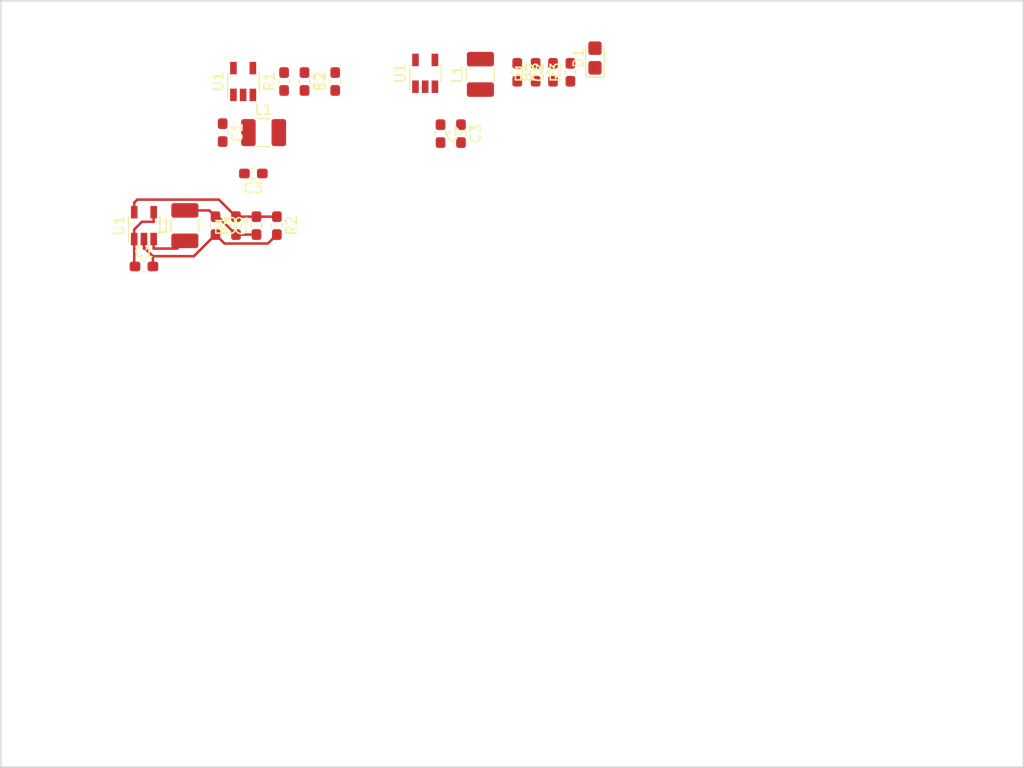
<source format=kicad_pcb>
(kicad_pcb (version 20171130) (host pcbnew 5.0.2-bee76a0~70~ubuntu18.04.1)

  (general
    (thickness 1.6)
    (drawings 4)
    (tracks 29)
    (zones 0)
    (modules 23)
    (nets 9)
  )

  (page A4)
  (layers
    (0 F.Cu signal)
    (31 B.Cu signal)
    (32 B.Adhes user)
    (33 F.Adhes user)
    (34 B.Paste user)
    (35 F.Paste user)
    (36 B.SilkS user)
    (37 F.SilkS user)
    (38 B.Mask user)
    (39 F.Mask user)
    (40 Dwgs.User user)
    (41 Cmts.User user)
    (42 Eco1.User user)
    (43 Eco2.User user)
    (44 Edge.Cuts user)
    (45 Margin user)
    (46 B.CrtYd user)
    (47 F.CrtYd user)
    (48 B.Fab user)
    (49 F.Fab user)
  )

  (setup
    (last_trace_width 0.25)
    (trace_clearance 0.2)
    (zone_clearance 0.508)
    (zone_45_only no)
    (trace_min 0.2)
    (segment_width 0.2)
    (edge_width 0.15)
    (via_size 0.8)
    (via_drill 0.4)
    (via_min_size 0.4)
    (via_min_drill 0.3)
    (uvia_size 0.3)
    (uvia_drill 0.1)
    (uvias_allowed no)
    (uvia_min_size 0.2)
    (uvia_min_drill 0.1)
    (pcb_text_width 0.3)
    (pcb_text_size 1.5 1.5)
    (mod_edge_width 0.15)
    (mod_text_size 1 1)
    (mod_text_width 0.15)
    (pad_size 1.524 1.524)
    (pad_drill 0.762)
    (pad_to_mask_clearance 0.051)
    (solder_mask_min_width 0.25)
    (aux_axis_origin 0 0)
    (visible_elements FFFFFF7F)
    (pcbplotparams
      (layerselection 0x010fc_ffffffff)
      (usegerberextensions false)
      (usegerberattributes false)
      (usegerberadvancedattributes false)
      (creategerberjobfile false)
      (excludeedgelayer true)
      (linewidth 0.100000)
      (plotframeref false)
      (viasonmask false)
      (mode 1)
      (useauxorigin false)
      (hpglpennumber 1)
      (hpglpenspeed 20)
      (hpglpendiameter 15.000000)
      (psnegative false)
      (psa4output false)
      (plotreference true)
      (plotvalue true)
      (plotinvisibletext false)
      (padsonsilk false)
      (subtractmaskfromsilk false)
      (outputformat 1)
      (mirror false)
      (drillshape 1)
      (scaleselection 1)
      (outputdirectory ""))
  )

  (net 0 "")
  (net 1 +1V2)
  (net 2 "Net-(C2-Pad2)")
  (net 3 GND)
  (net 4 +5V)
  (net 5 "Net-(L1-Pad1)")
  (net 6 +1V8)
  (net 7 +3V3)
  (net 8 "Net-(D1-Pad2)")

  (net_class Default "This is the default net class."
    (clearance 0.2)
    (trace_width 0.25)
    (via_dia 0.8)
    (via_drill 0.4)
    (uvia_dia 0.3)
    (uvia_drill 0.1)
    (add_net +1V2)
    (add_net +1V8)
    (add_net +3V3)
    (add_net +5V)
    (add_net GND)
    (add_net "Net-(C2-Pad2)")
    (add_net "Net-(D1-Pad2)")
    (add_net "Net-(L1-Pad1)")
  )

  (module Capacitor_SMD:C_0603_1608Metric_Pad1.05x0.95mm_HandSolder (layer F.Cu) (tedit 5B301BBE) (tstamp 5C0781E9)
    (at 21 22 270)
    (descr "Capacitor SMD 0603 (1608 Metric), square (rectangular) end terminal, IPC_7351 nominal with elongated pad for handsoldering. (Body size source: http://www.tortai-tech.com/upload/download/2011102023233369053.pdf), generated with kicad-footprint-generator")
    (tags "capacitor handsolder")
    (path /5C03CF94)
    (attr smd)
    (fp_text reference C3 (at 0 -1.43 270) (layer F.SilkS)
      (effects (font (size 1 1) (thickness 0.15)))
    )
    (fp_text value C226,6.3v,0603 (at 0 1.43 270) (layer F.Fab)
      (effects (font (size 1 1) (thickness 0.15)))
    )
    (fp_line (start -0.8 0.4) (end -0.8 -0.4) (layer F.Fab) (width 0.1))
    (fp_line (start -0.8 -0.4) (end 0.8 -0.4) (layer F.Fab) (width 0.1))
    (fp_line (start 0.8 -0.4) (end 0.8 0.4) (layer F.Fab) (width 0.1))
    (fp_line (start 0.8 0.4) (end -0.8 0.4) (layer F.Fab) (width 0.1))
    (fp_line (start -0.171267 -0.51) (end 0.171267 -0.51) (layer F.SilkS) (width 0.12))
    (fp_line (start -0.171267 0.51) (end 0.171267 0.51) (layer F.SilkS) (width 0.12))
    (fp_line (start -1.65 0.73) (end -1.65 -0.73) (layer F.CrtYd) (width 0.05))
    (fp_line (start -1.65 -0.73) (end 1.65 -0.73) (layer F.CrtYd) (width 0.05))
    (fp_line (start 1.65 -0.73) (end 1.65 0.73) (layer F.CrtYd) (width 0.05))
    (fp_line (start 1.65 0.73) (end -1.65 0.73) (layer F.CrtYd) (width 0.05))
    (fp_text user %R (at 0 0 270) (layer F.Fab)
      (effects (font (size 0.4 0.4) (thickness 0.06)))
    )
    (pad 1 smd roundrect (at -0.875 0 270) (size 1.05 0.95) (layers F.Cu F.Paste F.Mask) (roundrect_rratio 0.25)
      (net 1 +1V2))
    (pad 2 smd roundrect (at 0.875 0 270) (size 1.05 0.95) (layers F.Cu F.Paste F.Mask) (roundrect_rratio 0.25)
      (net 3 GND))
    (model ${KISYS3DMOD}/Capacitor_SMD.3dshapes/C_0603_1608Metric.wrl
      (at (xyz 0 0 0))
      (scale (xyz 1 1 1))
      (rotate (xyz 0 0 0))
    )
  )

  (module Capacitor_SMD:C_0603_1608Metric_Pad1.05x0.95mm_HandSolder (layer F.Cu) (tedit 5B301BBE) (tstamp 5C0781D8)
    (at 25 22 90)
    (descr "Capacitor SMD 0603 (1608 Metric), square (rectangular) end terminal, IPC_7351 nominal with elongated pad for handsoldering. (Body size source: http://www.tortai-tech.com/upload/download/2011102023233369053.pdf), generated with kicad-footprint-generator")
    (tags "capacitor handsolder")
    (path /5C06221C)
    (attr smd)
    (fp_text reference C2 (at 0 -1.43 90) (layer F.SilkS)
      (effects (font (size 1 1) (thickness 0.15)))
    )
    (fp_text value C22pf,0603 (at 0 1.43 90) (layer F.Fab)
      (effects (font (size 1 1) (thickness 0.15)))
    )
    (fp_text user %R (at 0 0 90) (layer F.Fab)
      (effects (font (size 0.4 0.4) (thickness 0.06)))
    )
    (fp_line (start 1.65 0.73) (end -1.65 0.73) (layer F.CrtYd) (width 0.05))
    (fp_line (start 1.65 -0.73) (end 1.65 0.73) (layer F.CrtYd) (width 0.05))
    (fp_line (start -1.65 -0.73) (end 1.65 -0.73) (layer F.CrtYd) (width 0.05))
    (fp_line (start -1.65 0.73) (end -1.65 -0.73) (layer F.CrtYd) (width 0.05))
    (fp_line (start -0.171267 0.51) (end 0.171267 0.51) (layer F.SilkS) (width 0.12))
    (fp_line (start -0.171267 -0.51) (end 0.171267 -0.51) (layer F.SilkS) (width 0.12))
    (fp_line (start 0.8 0.4) (end -0.8 0.4) (layer F.Fab) (width 0.1))
    (fp_line (start 0.8 -0.4) (end 0.8 0.4) (layer F.Fab) (width 0.1))
    (fp_line (start -0.8 -0.4) (end 0.8 -0.4) (layer F.Fab) (width 0.1))
    (fp_line (start -0.8 0.4) (end -0.8 -0.4) (layer F.Fab) (width 0.1))
    (pad 2 smd roundrect (at 0.875 0 90) (size 1.05 0.95) (layers F.Cu F.Paste F.Mask) (roundrect_rratio 0.25)
      (net 2 "Net-(C2-Pad2)"))
    (pad 1 smd roundrect (at -0.875 0 90) (size 1.05 0.95) (layers F.Cu F.Paste F.Mask) (roundrect_rratio 0.25)
      (net 1 +1V2))
    (model ${KISYS3DMOD}/Capacitor_SMD.3dshapes/C_0603_1608Metric.wrl
      (at (xyz 0 0 0))
      (scale (xyz 1 1 1))
      (rotate (xyz 0 0 0))
    )
  )

  (module Capacitor_SMD:C_0603_1608Metric_Pad1.05x0.95mm_HandSolder (layer F.Cu) (tedit 5B301BBE) (tstamp 5C0781C7)
    (at 14 26)
    (descr "Capacitor SMD 0603 (1608 Metric), square (rectangular) end terminal, IPC_7351 nominal with elongated pad for handsoldering. (Body size source: http://www.tortai-tech.com/upload/download/2011102023233369053.pdf), generated with kicad-footprint-generator")
    (tags "capacitor handsolder")
    (path /5C03CE8D)
    (attr smd)
    (fp_text reference C1 (at 0 -1.43) (layer F.SilkS)
      (effects (font (size 1 1) (thickness 0.15)))
    )
    (fp_text value C226,6.3v,0603 (at 0 1.43) (layer F.Fab)
      (effects (font (size 1 1) (thickness 0.15)))
    )
    (fp_line (start -0.8 0.4) (end -0.8 -0.4) (layer F.Fab) (width 0.1))
    (fp_line (start -0.8 -0.4) (end 0.8 -0.4) (layer F.Fab) (width 0.1))
    (fp_line (start 0.8 -0.4) (end 0.8 0.4) (layer F.Fab) (width 0.1))
    (fp_line (start 0.8 0.4) (end -0.8 0.4) (layer F.Fab) (width 0.1))
    (fp_line (start -0.171267 -0.51) (end 0.171267 -0.51) (layer F.SilkS) (width 0.12))
    (fp_line (start -0.171267 0.51) (end 0.171267 0.51) (layer F.SilkS) (width 0.12))
    (fp_line (start -1.65 0.73) (end -1.65 -0.73) (layer F.CrtYd) (width 0.05))
    (fp_line (start -1.65 -0.73) (end 1.65 -0.73) (layer F.CrtYd) (width 0.05))
    (fp_line (start 1.65 -0.73) (end 1.65 0.73) (layer F.CrtYd) (width 0.05))
    (fp_line (start 1.65 0.73) (end -1.65 0.73) (layer F.CrtYd) (width 0.05))
    (fp_text user %R (at 0 0) (layer F.Fab)
      (effects (font (size 0.4 0.4) (thickness 0.06)))
    )
    (pad 1 smd roundrect (at -0.875 0) (size 1.05 0.95) (layers F.Cu F.Paste F.Mask) (roundrect_rratio 0.25)
      (net 4 +5V))
    (pad 2 smd roundrect (at 0.875 0) (size 1.05 0.95) (layers F.Cu F.Paste F.Mask) (roundrect_rratio 0.25)
      (net 3 GND))
    (model ${KISYS3DMOD}/Capacitor_SMD.3dshapes/C_0603_1608Metric.wrl
      (at (xyz 0 0 0))
      (scale (xyz 1 1 1))
      (rotate (xyz 0 0 0))
    )
  )

  (module Inductor_SMD:L_1210_3225Metric_Pad1.42x2.65mm_HandSolder (layer F.Cu) (tedit 5B301BBE) (tstamp 5C0781B6)
    (at 18 22 90)
    (descr "Capacitor SMD 1210 (3225 Metric), square (rectangular) end terminal, IPC_7351 nominal with elongated pad for handsoldering. (Body size source: http://www.tortai-tech.com/upload/download/2011102023233369053.pdf), generated with kicad-footprint-generator")
    (tags "inductor handsolder")
    (path /5C0651A2)
    (attr smd)
    (fp_text reference L1 (at 0 -2.28 90) (layer F.SilkS)
      (effects (font (size 1 1) (thickness 0.15)))
    )
    (fp_text value L_2.2uH,1210 (at 0 2.28 90) (layer F.Fab)
      (effects (font (size 1 1) (thickness 0.15)))
    )
    (fp_line (start -1.6 1.25) (end -1.6 -1.25) (layer F.Fab) (width 0.1))
    (fp_line (start -1.6 -1.25) (end 1.6 -1.25) (layer F.Fab) (width 0.1))
    (fp_line (start 1.6 -1.25) (end 1.6 1.25) (layer F.Fab) (width 0.1))
    (fp_line (start 1.6 1.25) (end -1.6 1.25) (layer F.Fab) (width 0.1))
    (fp_line (start -0.602064 -1.36) (end 0.602064 -1.36) (layer F.SilkS) (width 0.12))
    (fp_line (start -0.602064 1.36) (end 0.602064 1.36) (layer F.SilkS) (width 0.12))
    (fp_line (start -2.45 1.58) (end -2.45 -1.58) (layer F.CrtYd) (width 0.05))
    (fp_line (start -2.45 -1.58) (end 2.45 -1.58) (layer F.CrtYd) (width 0.05))
    (fp_line (start 2.45 -1.58) (end 2.45 1.58) (layer F.CrtYd) (width 0.05))
    (fp_line (start 2.45 1.58) (end -2.45 1.58) (layer F.CrtYd) (width 0.05))
    (fp_text user %R (at 0 0 90) (layer F.Fab)
      (effects (font (size 0.8 0.8) (thickness 0.12)))
    )
    (pad 1 smd roundrect (at -1.4875 0 90) (size 1.425 2.65) (layers F.Cu F.Paste F.Mask) (roundrect_rratio 0.175439)
      (net 5 "Net-(L1-Pad1)"))
    (pad 2 smd roundrect (at 1.4875 0 90) (size 1.425 2.65) (layers F.Cu F.Paste F.Mask) (roundrect_rratio 0.175439)
      (net 1 +1V2))
    (model ${KISYS3DMOD}/Inductor_SMD.3dshapes/L_1210_3225Metric.wrl
      (at (xyz 0 0 0))
      (scale (xyz 1 1 1))
      (rotate (xyz 0 0 0))
    )
  )

  (module Package_TO_SOT_SMD:TSOT-23-5 (layer F.Cu) (tedit 5A02FF57) (tstamp 5C0781A5)
    (at 14 22 90)
    (descr "5-pin TSOT23 package, http://cds.linear.com/docs/en/packaging/SOT_5_05-08-1635.pdf")
    (tags TSOT-23-5)
    (path /5C0388AE)
    (attr smd)
    (fp_text reference U1 (at 0 -2.45 90) (layer F.SilkS)
      (effects (font (size 1 1) (thickness 0.15)))
    )
    (fp_text value AP3429 (at 0 2.5 90) (layer F.Fab)
      (effects (font (size 1 1) (thickness 0.15)))
    )
    (fp_text user %R (at 0 0 180) (layer F.Fab)
      (effects (font (size 0.5 0.5) (thickness 0.075)))
    )
    (fp_line (start -0.88 1.56) (end 0.88 1.56) (layer F.SilkS) (width 0.12))
    (fp_line (start 0.88 -1.51) (end -1.55 -1.51) (layer F.SilkS) (width 0.12))
    (fp_line (start -0.88 -1) (end -0.43 -1.45) (layer F.Fab) (width 0.1))
    (fp_line (start 0.88 -1.45) (end -0.43 -1.45) (layer F.Fab) (width 0.1))
    (fp_line (start -0.88 -1) (end -0.88 1.45) (layer F.Fab) (width 0.1))
    (fp_line (start 0.88 1.45) (end -0.88 1.45) (layer F.Fab) (width 0.1))
    (fp_line (start 0.88 -1.45) (end 0.88 1.45) (layer F.Fab) (width 0.1))
    (fp_line (start -2.17 -1.7) (end 2.17 -1.7) (layer F.CrtYd) (width 0.05))
    (fp_line (start -2.17 -1.7) (end -2.17 1.7) (layer F.CrtYd) (width 0.05))
    (fp_line (start 2.17 1.7) (end 2.17 -1.7) (layer F.CrtYd) (width 0.05))
    (fp_line (start 2.17 1.7) (end -2.17 1.7) (layer F.CrtYd) (width 0.05))
    (pad 1 smd rect (at -1.31 -0.95 90) (size 1.22 0.65) (layers F.Cu F.Paste F.Mask)
      (net 4 +5V))
    (pad 2 smd rect (at -1.31 0 90) (size 1.22 0.65) (layers F.Cu F.Paste F.Mask)
      (net 3 GND))
    (pad 3 smd rect (at -1.31 0.95 90) (size 1.22 0.65) (layers F.Cu F.Paste F.Mask)
      (net 5 "Net-(L1-Pad1)"))
    (pad 4 smd rect (at 1.31 0.95 90) (size 1.22 0.65) (layers F.Cu F.Paste F.Mask)
      (net 4 +5V))
    (pad 5 smd rect (at 1.31 -0.95 90) (size 1.22 0.65) (layers F.Cu F.Paste F.Mask)
      (net 2 "Net-(C2-Pad2)"))
    (model ${KISYS3DMOD}/Package_TO_SOT_SMD.3dshapes/TSOT-23-5.wrl
      (at (xyz 0 0 0))
      (scale (xyz 1 1 1))
      (rotate (xyz 0 0 0))
    )
  )

  (module Resistor_SMD:R_0603_1608Metric_Pad1.05x0.95mm_HandSolder (layer F.Cu) (tedit 5B301BBD) (tstamp 5C078190)
    (at 27 22 270)
    (descr "Resistor SMD 0603 (1608 Metric), square (rectangular) end terminal, IPC_7351 nominal with elongated pad for handsoldering. (Body size source: http://www.tortai-tech.com/upload/download/2011102023233369053.pdf), generated with kicad-footprint-generator")
    (tags "resistor handsolder")
    (path /5C0394B6)
    (attr smd)
    (fp_text reference R2 (at 0 -1.43 270) (layer F.SilkS)
      (effects (font (size 1 1) (thickness 0.15)))
    )
    (fp_text value R304,0603 (at 0 1.43 270) (layer F.Fab)
      (effects (font (size 1 1) (thickness 0.15)))
    )
    (fp_text user %R (at 0 0 270) (layer F.Fab)
      (effects (font (size 0.4 0.4) (thickness 0.06)))
    )
    (fp_line (start 1.65 0.73) (end -1.65 0.73) (layer F.CrtYd) (width 0.05))
    (fp_line (start 1.65 -0.73) (end 1.65 0.73) (layer F.CrtYd) (width 0.05))
    (fp_line (start -1.65 -0.73) (end 1.65 -0.73) (layer F.CrtYd) (width 0.05))
    (fp_line (start -1.65 0.73) (end -1.65 -0.73) (layer F.CrtYd) (width 0.05))
    (fp_line (start -0.171267 0.51) (end 0.171267 0.51) (layer F.SilkS) (width 0.12))
    (fp_line (start -0.171267 -0.51) (end 0.171267 -0.51) (layer F.SilkS) (width 0.12))
    (fp_line (start 0.8 0.4) (end -0.8 0.4) (layer F.Fab) (width 0.1))
    (fp_line (start 0.8 -0.4) (end 0.8 0.4) (layer F.Fab) (width 0.1))
    (fp_line (start -0.8 -0.4) (end 0.8 -0.4) (layer F.Fab) (width 0.1))
    (fp_line (start -0.8 0.4) (end -0.8 -0.4) (layer F.Fab) (width 0.1))
    (pad 2 smd roundrect (at 0.875 0 270) (size 1.05 0.95) (layers F.Cu F.Paste F.Mask) (roundrect_rratio 0.25)
      (net 3 GND))
    (pad 1 smd roundrect (at -0.875 0 270) (size 1.05 0.95) (layers F.Cu F.Paste F.Mask) (roundrect_rratio 0.25)
      (net 2 "Net-(C2-Pad2)"))
    (model ${KISYS3DMOD}/Resistor_SMD.3dshapes/R_0603_1608Metric.wrl
      (at (xyz 0 0 0))
      (scale (xyz 1 1 1))
      (rotate (xyz 0 0 0))
    )
  )

  (module Resistor_SMD:R_0603_1608Metric_Pad1.05x0.95mm_HandSolder (layer F.Cu) (tedit 5B301BBD) (tstamp 5C07817F)
    (at 23 22 90)
    (descr "Resistor SMD 0603 (1608 Metric), square (rectangular) end terminal, IPC_7351 nominal with elongated pad for handsoldering. (Body size source: http://www.tortai-tech.com/upload/download/2011102023233369053.pdf), generated with kicad-footprint-generator")
    (tags "resistor handsolder")
    (path /5C03943C)
    (attr smd)
    (fp_text reference R1 (at 0 -1.43 90) (layer F.SilkS)
      (effects (font (size 1 1) (thickness 0.15)))
    )
    (fp_text value R304,0603 (at 0 1.43 90) (layer F.Fab)
      (effects (font (size 1 1) (thickness 0.15)))
    )
    (fp_line (start -0.8 0.4) (end -0.8 -0.4) (layer F.Fab) (width 0.1))
    (fp_line (start -0.8 -0.4) (end 0.8 -0.4) (layer F.Fab) (width 0.1))
    (fp_line (start 0.8 -0.4) (end 0.8 0.4) (layer F.Fab) (width 0.1))
    (fp_line (start 0.8 0.4) (end -0.8 0.4) (layer F.Fab) (width 0.1))
    (fp_line (start -0.171267 -0.51) (end 0.171267 -0.51) (layer F.SilkS) (width 0.12))
    (fp_line (start -0.171267 0.51) (end 0.171267 0.51) (layer F.SilkS) (width 0.12))
    (fp_line (start -1.65 0.73) (end -1.65 -0.73) (layer F.CrtYd) (width 0.05))
    (fp_line (start -1.65 -0.73) (end 1.65 -0.73) (layer F.CrtYd) (width 0.05))
    (fp_line (start 1.65 -0.73) (end 1.65 0.73) (layer F.CrtYd) (width 0.05))
    (fp_line (start 1.65 0.73) (end -1.65 0.73) (layer F.CrtYd) (width 0.05))
    (fp_text user %R (at 0 0 90) (layer F.Fab)
      (effects (font (size 0.4 0.4) (thickness 0.06)))
    )
    (pad 1 smd roundrect (at -0.875 0 90) (size 1.05 0.95) (layers F.Cu F.Paste F.Mask) (roundrect_rratio 0.25)
      (net 1 +1V2))
    (pad 2 smd roundrect (at 0.875 0 90) (size 1.05 0.95) (layers F.Cu F.Paste F.Mask) (roundrect_rratio 0.25)
      (net 2 "Net-(C2-Pad2)"))
    (model ${KISYS3DMOD}/Resistor_SMD.3dshapes/R_0603_1608Metric.wrl
      (at (xyz 0 0 0))
      (scale (xyz 1 1 1))
      (rotate (xyz 0 0 0))
    )
  )

  (module Capacitor_SMD:C_0603_1608Metric_Pad1.05x0.95mm_HandSolder (layer F.Cu) (tedit 5B301BBE) (tstamp 5C0782E1)
    (at 24.7 16.9 180)
    (descr "Capacitor SMD 0603 (1608 Metric), square (rectangular) end terminal, IPC_7351 nominal with elongated pad for handsoldering. (Body size source: http://www.tortai-tech.com/upload/download/2011102023233369053.pdf), generated with kicad-footprint-generator")
    (tags "capacitor handsolder")
    (path /5C03D10B)
    (attr smd)
    (fp_text reference C3 (at 0 -1.43 180) (layer F.SilkS)
      (effects (font (size 1 1) (thickness 0.15)))
    )
    (fp_text value C226,6.3v,0603 (at 0 1.43 180) (layer F.Fab)
      (effects (font (size 1 1) (thickness 0.15)))
    )
    (fp_line (start -0.8 0.4) (end -0.8 -0.4) (layer F.Fab) (width 0.1))
    (fp_line (start -0.8 -0.4) (end 0.8 -0.4) (layer F.Fab) (width 0.1))
    (fp_line (start 0.8 -0.4) (end 0.8 0.4) (layer F.Fab) (width 0.1))
    (fp_line (start 0.8 0.4) (end -0.8 0.4) (layer F.Fab) (width 0.1))
    (fp_line (start -0.171267 -0.51) (end 0.171267 -0.51) (layer F.SilkS) (width 0.12))
    (fp_line (start -0.171267 0.51) (end 0.171267 0.51) (layer F.SilkS) (width 0.12))
    (fp_line (start -1.65 0.73) (end -1.65 -0.73) (layer F.CrtYd) (width 0.05))
    (fp_line (start -1.65 -0.73) (end 1.65 -0.73) (layer F.CrtYd) (width 0.05))
    (fp_line (start 1.65 -0.73) (end 1.65 0.73) (layer F.CrtYd) (width 0.05))
    (fp_line (start 1.65 0.73) (end -1.65 0.73) (layer F.CrtYd) (width 0.05))
    (fp_text user %R (at 0 0 180) (layer F.Fab)
      (effects (font (size 0.4 0.4) (thickness 0.06)))
    )
    (pad 1 smd roundrect (at -0.875 0 180) (size 1.05 0.95) (layers F.Cu F.Paste F.Mask) (roundrect_rratio 0.25)
      (net 6 +1V8))
    (pad 2 smd roundrect (at 0.875 0 180) (size 1.05 0.95) (layers F.Cu F.Paste F.Mask) (roundrect_rratio 0.25)
      (net 3 GND))
    (model ${KISYS3DMOD}/Capacitor_SMD.3dshapes/C_0603_1608Metric.wrl
      (at (xyz 0 0 0))
      (scale (xyz 1 1 1))
      (rotate (xyz 0 0 0))
    )
  )

  (module Capacitor_SMD:C_0603_1608Metric_Pad1.05x0.95mm_HandSolder (layer F.Cu) (tedit 5B301BBE) (tstamp 5C0782D0)
    (at 32.7 7.9 90)
    (descr "Capacitor SMD 0603 (1608 Metric), square (rectangular) end terminal, IPC_7351 nominal with elongated pad for handsoldering. (Body size source: http://www.tortai-tech.com/upload/download/2011102023233369053.pdf), generated with kicad-footprint-generator")
    (tags "capacitor handsolder")
    (path /5C0621B0)
    (attr smd)
    (fp_text reference C2 (at 0 -1.43 90) (layer F.SilkS)
      (effects (font (size 1 1) (thickness 0.15)))
    )
    (fp_text value C22pf,0603 (at 0 1.43 90) (layer F.Fab)
      (effects (font (size 1 1) (thickness 0.15)))
    )
    (fp_text user %R (at 0 0 90) (layer F.Fab)
      (effects (font (size 0.4 0.4) (thickness 0.06)))
    )
    (fp_line (start 1.65 0.73) (end -1.65 0.73) (layer F.CrtYd) (width 0.05))
    (fp_line (start 1.65 -0.73) (end 1.65 0.73) (layer F.CrtYd) (width 0.05))
    (fp_line (start -1.65 -0.73) (end 1.65 -0.73) (layer F.CrtYd) (width 0.05))
    (fp_line (start -1.65 0.73) (end -1.65 -0.73) (layer F.CrtYd) (width 0.05))
    (fp_line (start -0.171267 0.51) (end 0.171267 0.51) (layer F.SilkS) (width 0.12))
    (fp_line (start -0.171267 -0.51) (end 0.171267 -0.51) (layer F.SilkS) (width 0.12))
    (fp_line (start 0.8 0.4) (end -0.8 0.4) (layer F.Fab) (width 0.1))
    (fp_line (start 0.8 -0.4) (end 0.8 0.4) (layer F.Fab) (width 0.1))
    (fp_line (start -0.8 -0.4) (end 0.8 -0.4) (layer F.Fab) (width 0.1))
    (fp_line (start -0.8 0.4) (end -0.8 -0.4) (layer F.Fab) (width 0.1))
    (pad 2 smd roundrect (at 0.875 0 90) (size 1.05 0.95) (layers F.Cu F.Paste F.Mask) (roundrect_rratio 0.25)
      (net 2 "Net-(C2-Pad2)"))
    (pad 1 smd roundrect (at -0.875 0 90) (size 1.05 0.95) (layers F.Cu F.Paste F.Mask) (roundrect_rratio 0.25)
      (net 6 +1V8))
    (model ${KISYS3DMOD}/Capacitor_SMD.3dshapes/C_0603_1608Metric.wrl
      (at (xyz 0 0 0))
      (scale (xyz 1 1 1))
      (rotate (xyz 0 0 0))
    )
  )

  (module Capacitor_SMD:C_0603_1608Metric_Pad1.05x0.95mm_HandSolder (layer F.Cu) (tedit 5B301BBE) (tstamp 5C0782BF)
    (at 21.7 12.9 270)
    (descr "Capacitor SMD 0603 (1608 Metric), square (rectangular) end terminal, IPC_7351 nominal with elongated pad for handsoldering. (Body size source: http://www.tortai-tech.com/upload/download/2011102023233369053.pdf), generated with kicad-footprint-generator")
    (tags "capacitor handsolder")
    (path /5C03D1E9)
    (attr smd)
    (fp_text reference C1 (at 0 -1.43 270) (layer F.SilkS)
      (effects (font (size 1 1) (thickness 0.15)))
    )
    (fp_text value C226,6.3v,0603 (at 0 1.43 270) (layer F.Fab)
      (effects (font (size 1 1) (thickness 0.15)))
    )
    (fp_line (start -0.8 0.4) (end -0.8 -0.4) (layer F.Fab) (width 0.1))
    (fp_line (start -0.8 -0.4) (end 0.8 -0.4) (layer F.Fab) (width 0.1))
    (fp_line (start 0.8 -0.4) (end 0.8 0.4) (layer F.Fab) (width 0.1))
    (fp_line (start 0.8 0.4) (end -0.8 0.4) (layer F.Fab) (width 0.1))
    (fp_line (start -0.171267 -0.51) (end 0.171267 -0.51) (layer F.SilkS) (width 0.12))
    (fp_line (start -0.171267 0.51) (end 0.171267 0.51) (layer F.SilkS) (width 0.12))
    (fp_line (start -1.65 0.73) (end -1.65 -0.73) (layer F.CrtYd) (width 0.05))
    (fp_line (start -1.65 -0.73) (end 1.65 -0.73) (layer F.CrtYd) (width 0.05))
    (fp_line (start 1.65 -0.73) (end 1.65 0.73) (layer F.CrtYd) (width 0.05))
    (fp_line (start 1.65 0.73) (end -1.65 0.73) (layer F.CrtYd) (width 0.05))
    (fp_text user %R (at 0 0 270) (layer F.Fab)
      (effects (font (size 0.4 0.4) (thickness 0.06)))
    )
    (pad 1 smd roundrect (at -0.875 0 270) (size 1.05 0.95) (layers F.Cu F.Paste F.Mask) (roundrect_rratio 0.25)
      (net 4 +5V))
    (pad 2 smd roundrect (at 0.875 0 270) (size 1.05 0.95) (layers F.Cu F.Paste F.Mask) (roundrect_rratio 0.25)
      (net 3 GND))
    (model ${KISYS3DMOD}/Capacitor_SMD.3dshapes/C_0603_1608Metric.wrl
      (at (xyz 0 0 0))
      (scale (xyz 1 1 1))
      (rotate (xyz 0 0 0))
    )
  )

  (module Inductor_SMD:L_1210_3225Metric_Pad1.42x2.65mm_HandSolder (layer F.Cu) (tedit 5B301BBE) (tstamp 5C0782AE)
    (at 25.7 12.9)
    (descr "Capacitor SMD 1210 (3225 Metric), square (rectangular) end terminal, IPC_7351 nominal with elongated pad for handsoldering. (Body size source: http://www.tortai-tech.com/upload/download/2011102023233369053.pdf), generated with kicad-footprint-generator")
    (tags "inductor handsolder")
    (path /5C0652FE)
    (attr smd)
    (fp_text reference L1 (at 0 -2.28) (layer F.SilkS)
      (effects (font (size 1 1) (thickness 0.15)))
    )
    (fp_text value L_2.2uH,1210 (at 0 2.28) (layer F.Fab)
      (effects (font (size 1 1) (thickness 0.15)))
    )
    (fp_line (start -1.6 1.25) (end -1.6 -1.25) (layer F.Fab) (width 0.1))
    (fp_line (start -1.6 -1.25) (end 1.6 -1.25) (layer F.Fab) (width 0.1))
    (fp_line (start 1.6 -1.25) (end 1.6 1.25) (layer F.Fab) (width 0.1))
    (fp_line (start 1.6 1.25) (end -1.6 1.25) (layer F.Fab) (width 0.1))
    (fp_line (start -0.602064 -1.36) (end 0.602064 -1.36) (layer F.SilkS) (width 0.12))
    (fp_line (start -0.602064 1.36) (end 0.602064 1.36) (layer F.SilkS) (width 0.12))
    (fp_line (start -2.45 1.58) (end -2.45 -1.58) (layer F.CrtYd) (width 0.05))
    (fp_line (start -2.45 -1.58) (end 2.45 -1.58) (layer F.CrtYd) (width 0.05))
    (fp_line (start 2.45 -1.58) (end 2.45 1.58) (layer F.CrtYd) (width 0.05))
    (fp_line (start 2.45 1.58) (end -2.45 1.58) (layer F.CrtYd) (width 0.05))
    (fp_text user %R (at 0 0) (layer F.Fab)
      (effects (font (size 0.8 0.8) (thickness 0.12)))
    )
    (pad 1 smd roundrect (at -1.4875 0) (size 1.425 2.65) (layers F.Cu F.Paste F.Mask) (roundrect_rratio 0.175439)
      (net 5 "Net-(L1-Pad1)"))
    (pad 2 smd roundrect (at 1.4875 0) (size 1.425 2.65) (layers F.Cu F.Paste F.Mask) (roundrect_rratio 0.175439)
      (net 6 +1V8))
    (model ${KISYS3DMOD}/Inductor_SMD.3dshapes/L_1210_3225Metric.wrl
      (at (xyz 0 0 0))
      (scale (xyz 1 1 1))
      (rotate (xyz 0 0 0))
    )
  )

  (module Package_TO_SOT_SMD:TSOT-23-5 (layer F.Cu) (tedit 5A02FF57) (tstamp 5C07829D)
    (at 23.7 7.9 90)
    (descr "5-pin TSOT23 package, http://cds.linear.com/docs/en/packaging/SOT_5_05-08-1635.pdf")
    (tags TSOT-23-5)
    (path /5C03B1FE)
    (attr smd)
    (fp_text reference U1 (at 0 -2.45 90) (layer F.SilkS)
      (effects (font (size 1 1) (thickness 0.15)))
    )
    (fp_text value AP3429 (at 0 2.5 90) (layer F.Fab)
      (effects (font (size 1 1) (thickness 0.15)))
    )
    (fp_text user %R (at 0 0 180) (layer F.Fab)
      (effects (font (size 0.5 0.5) (thickness 0.075)))
    )
    (fp_line (start -0.88 1.56) (end 0.88 1.56) (layer F.SilkS) (width 0.12))
    (fp_line (start 0.88 -1.51) (end -1.55 -1.51) (layer F.SilkS) (width 0.12))
    (fp_line (start -0.88 -1) (end -0.43 -1.45) (layer F.Fab) (width 0.1))
    (fp_line (start 0.88 -1.45) (end -0.43 -1.45) (layer F.Fab) (width 0.1))
    (fp_line (start -0.88 -1) (end -0.88 1.45) (layer F.Fab) (width 0.1))
    (fp_line (start 0.88 1.45) (end -0.88 1.45) (layer F.Fab) (width 0.1))
    (fp_line (start 0.88 -1.45) (end 0.88 1.45) (layer F.Fab) (width 0.1))
    (fp_line (start -2.17 -1.7) (end 2.17 -1.7) (layer F.CrtYd) (width 0.05))
    (fp_line (start -2.17 -1.7) (end -2.17 1.7) (layer F.CrtYd) (width 0.05))
    (fp_line (start 2.17 1.7) (end 2.17 -1.7) (layer F.CrtYd) (width 0.05))
    (fp_line (start 2.17 1.7) (end -2.17 1.7) (layer F.CrtYd) (width 0.05))
    (pad 1 smd rect (at -1.31 -0.95 90) (size 1.22 0.65) (layers F.Cu F.Paste F.Mask)
      (net 4 +5V))
    (pad 2 smd rect (at -1.31 0 90) (size 1.22 0.65) (layers F.Cu F.Paste F.Mask)
      (net 3 GND))
    (pad 3 smd rect (at -1.31 0.95 90) (size 1.22 0.65) (layers F.Cu F.Paste F.Mask)
      (net 5 "Net-(L1-Pad1)"))
    (pad 4 smd rect (at 1.31 0.95 90) (size 1.22 0.65) (layers F.Cu F.Paste F.Mask)
      (net 4 +5V))
    (pad 5 smd rect (at 1.31 -0.95 90) (size 1.22 0.65) (layers F.Cu F.Paste F.Mask)
      (net 2 "Net-(C2-Pad2)"))
    (model ${KISYS3DMOD}/Package_TO_SOT_SMD.3dshapes/TSOT-23-5.wrl
      (at (xyz 0 0 0))
      (scale (xyz 1 1 1))
      (rotate (xyz 0 0 0))
    )
  )

  (module Resistor_SMD:R_0603_1608Metric_Pad1.05x0.95mm_HandSolder (layer F.Cu) (tedit 5B301BBD) (tstamp 5C078288)
    (at 29.7 7.9 270)
    (descr "Resistor SMD 0603 (1608 Metric), square (rectangular) end terminal, IPC_7351 nominal with elongated pad for handsoldering. (Body size source: http://www.tortai-tech.com/upload/download/2011102023233369053.pdf), generated with kicad-footprint-generator")
    (tags "resistor handsolder")
    (path /5C03DAA8)
    (attr smd)
    (fp_text reference R2 (at 0 -1.43 270) (layer F.SilkS)
      (effects (font (size 1 1) (thickness 0.15)))
    )
    (fp_text value R154,0603 (at 0 1.43 270) (layer F.Fab)
      (effects (font (size 1 1) (thickness 0.15)))
    )
    (fp_text user %R (at 0 0 270) (layer F.Fab)
      (effects (font (size 0.4 0.4) (thickness 0.06)))
    )
    (fp_line (start 1.65 0.73) (end -1.65 0.73) (layer F.CrtYd) (width 0.05))
    (fp_line (start 1.65 -0.73) (end 1.65 0.73) (layer F.CrtYd) (width 0.05))
    (fp_line (start -1.65 -0.73) (end 1.65 -0.73) (layer F.CrtYd) (width 0.05))
    (fp_line (start -1.65 0.73) (end -1.65 -0.73) (layer F.CrtYd) (width 0.05))
    (fp_line (start -0.171267 0.51) (end 0.171267 0.51) (layer F.SilkS) (width 0.12))
    (fp_line (start -0.171267 -0.51) (end 0.171267 -0.51) (layer F.SilkS) (width 0.12))
    (fp_line (start 0.8 0.4) (end -0.8 0.4) (layer F.Fab) (width 0.1))
    (fp_line (start 0.8 -0.4) (end 0.8 0.4) (layer F.Fab) (width 0.1))
    (fp_line (start -0.8 -0.4) (end 0.8 -0.4) (layer F.Fab) (width 0.1))
    (fp_line (start -0.8 0.4) (end -0.8 -0.4) (layer F.Fab) (width 0.1))
    (pad 2 smd roundrect (at 0.875 0 270) (size 1.05 0.95) (layers F.Cu F.Paste F.Mask) (roundrect_rratio 0.25)
      (net 3 GND))
    (pad 1 smd roundrect (at -0.875 0 270) (size 1.05 0.95) (layers F.Cu F.Paste F.Mask) (roundrect_rratio 0.25)
      (net 2 "Net-(C2-Pad2)"))
    (model ${KISYS3DMOD}/Resistor_SMD.3dshapes/R_0603_1608Metric.wrl
      (at (xyz 0 0 0))
      (scale (xyz 1 1 1))
      (rotate (xyz 0 0 0))
    )
  )

  (module Resistor_SMD:R_0603_1608Metric_Pad1.05x0.95mm_HandSolder (layer F.Cu) (tedit 5B301BBD) (tstamp 5C078277)
    (at 27.7 7.9 90)
    (descr "Resistor SMD 0603 (1608 Metric), square (rectangular) end terminal, IPC_7351 nominal with elongated pad for handsoldering. (Body size source: http://www.tortai-tech.com/upload/download/2011102023233369053.pdf), generated with kicad-footprint-generator")
    (tags "resistor handsolder")
    (path /5C03B22A)
    (attr smd)
    (fp_text reference R1 (at 0 -1.43 90) (layer F.SilkS)
      (effects (font (size 1 1) (thickness 0.15)))
    )
    (fp_text value R304,0603 (at 0 1.43 90) (layer F.Fab)
      (effects (font (size 1 1) (thickness 0.15)))
    )
    (fp_line (start -0.8 0.4) (end -0.8 -0.4) (layer F.Fab) (width 0.1))
    (fp_line (start -0.8 -0.4) (end 0.8 -0.4) (layer F.Fab) (width 0.1))
    (fp_line (start 0.8 -0.4) (end 0.8 0.4) (layer F.Fab) (width 0.1))
    (fp_line (start 0.8 0.4) (end -0.8 0.4) (layer F.Fab) (width 0.1))
    (fp_line (start -0.171267 -0.51) (end 0.171267 -0.51) (layer F.SilkS) (width 0.12))
    (fp_line (start -0.171267 0.51) (end 0.171267 0.51) (layer F.SilkS) (width 0.12))
    (fp_line (start -1.65 0.73) (end -1.65 -0.73) (layer F.CrtYd) (width 0.05))
    (fp_line (start -1.65 -0.73) (end 1.65 -0.73) (layer F.CrtYd) (width 0.05))
    (fp_line (start 1.65 -0.73) (end 1.65 0.73) (layer F.CrtYd) (width 0.05))
    (fp_line (start 1.65 0.73) (end -1.65 0.73) (layer F.CrtYd) (width 0.05))
    (fp_text user %R (at 0 0 90) (layer F.Fab)
      (effects (font (size 0.4 0.4) (thickness 0.06)))
    )
    (pad 1 smd roundrect (at -0.875 0 90) (size 1.05 0.95) (layers F.Cu F.Paste F.Mask) (roundrect_rratio 0.25)
      (net 6 +1V8))
    (pad 2 smd roundrect (at 0.875 0 90) (size 1.05 0.95) (layers F.Cu F.Paste F.Mask) (roundrect_rratio 0.25)
      (net 2 "Net-(C2-Pad2)"))
    (model ${KISYS3DMOD}/Resistor_SMD.3dshapes/R_0603_1608Metric.wrl
      (at (xyz 0 0 0))
      (scale (xyz 1 1 1))
      (rotate (xyz 0 0 0))
    )
  )

  (module Capacitor_SMD:C_0603_1608Metric_Pad1.05x0.95mm_HandSolder (layer F.Cu) (tedit 5B301BBE) (tstamp 5C078444)
    (at 45 13 270)
    (descr "Capacitor SMD 0603 (1608 Metric), square (rectangular) end terminal, IPC_7351 nominal with elongated pad for handsoldering. (Body size source: http://www.tortai-tech.com/upload/download/2011102023233369053.pdf), generated with kicad-footprint-generator")
    (tags "capacitor handsolder")
    (path /5C03D3A0)
    (attr smd)
    (fp_text reference C3 (at 0 -1.43 270) (layer F.SilkS)
      (effects (font (size 1 1) (thickness 0.15)))
    )
    (fp_text value C226,6.3v,0603 (at 0 1.43 270) (layer F.Fab)
      (effects (font (size 1 1) (thickness 0.15)))
    )
    (fp_line (start -0.8 0.4) (end -0.8 -0.4) (layer F.Fab) (width 0.1))
    (fp_line (start -0.8 -0.4) (end 0.8 -0.4) (layer F.Fab) (width 0.1))
    (fp_line (start 0.8 -0.4) (end 0.8 0.4) (layer F.Fab) (width 0.1))
    (fp_line (start 0.8 0.4) (end -0.8 0.4) (layer F.Fab) (width 0.1))
    (fp_line (start -0.171267 -0.51) (end 0.171267 -0.51) (layer F.SilkS) (width 0.12))
    (fp_line (start -0.171267 0.51) (end 0.171267 0.51) (layer F.SilkS) (width 0.12))
    (fp_line (start -1.65 0.73) (end -1.65 -0.73) (layer F.CrtYd) (width 0.05))
    (fp_line (start -1.65 -0.73) (end 1.65 -0.73) (layer F.CrtYd) (width 0.05))
    (fp_line (start 1.65 -0.73) (end 1.65 0.73) (layer F.CrtYd) (width 0.05))
    (fp_line (start 1.65 0.73) (end -1.65 0.73) (layer F.CrtYd) (width 0.05))
    (fp_text user %R (at 0 0 270) (layer F.Fab)
      (effects (font (size 0.4 0.4) (thickness 0.06)))
    )
    (pad 1 smd roundrect (at -0.875 0 270) (size 1.05 0.95) (layers F.Cu F.Paste F.Mask) (roundrect_rratio 0.25)
      (net 7 +3V3))
    (pad 2 smd roundrect (at 0.875 0 270) (size 1.05 0.95) (layers F.Cu F.Paste F.Mask) (roundrect_rratio 0.25)
      (net 3 GND))
    (model ${KISYS3DMOD}/Capacitor_SMD.3dshapes/C_0603_1608Metric.wrl
      (at (xyz 0 0 0))
      (scale (xyz 1 1 1))
      (rotate (xyz 0 0 0))
    )
  )

  (module Capacitor_SMD:C_0603_1608Metric_Pad1.05x0.95mm_HandSolder (layer F.Cu) (tedit 5B301BBE) (tstamp 5C078433)
    (at 54 7 90)
    (descr "Capacitor SMD 0603 (1608 Metric), square (rectangular) end terminal, IPC_7351 nominal with elongated pad for handsoldering. (Body size source: http://www.tortai-tech.com/upload/download/2011102023233369053.pdf), generated with kicad-footprint-generator")
    (tags "capacitor handsolder")
    (path /5C061E10)
    (attr smd)
    (fp_text reference C2 (at 0 -1.43 90) (layer F.SilkS)
      (effects (font (size 1 1) (thickness 0.15)))
    )
    (fp_text value C22pf,0603 (at 0 1.43 90) (layer F.Fab)
      (effects (font (size 1 1) (thickness 0.15)))
    )
    (fp_text user %R (at 0 0 90) (layer F.Fab)
      (effects (font (size 0.4 0.4) (thickness 0.06)))
    )
    (fp_line (start 1.65 0.73) (end -1.65 0.73) (layer F.CrtYd) (width 0.05))
    (fp_line (start 1.65 -0.73) (end 1.65 0.73) (layer F.CrtYd) (width 0.05))
    (fp_line (start -1.65 -0.73) (end 1.65 -0.73) (layer F.CrtYd) (width 0.05))
    (fp_line (start -1.65 0.73) (end -1.65 -0.73) (layer F.CrtYd) (width 0.05))
    (fp_line (start -0.171267 0.51) (end 0.171267 0.51) (layer F.SilkS) (width 0.12))
    (fp_line (start -0.171267 -0.51) (end 0.171267 -0.51) (layer F.SilkS) (width 0.12))
    (fp_line (start 0.8 0.4) (end -0.8 0.4) (layer F.Fab) (width 0.1))
    (fp_line (start 0.8 -0.4) (end 0.8 0.4) (layer F.Fab) (width 0.1))
    (fp_line (start -0.8 -0.4) (end 0.8 -0.4) (layer F.Fab) (width 0.1))
    (fp_line (start -0.8 0.4) (end -0.8 -0.4) (layer F.Fab) (width 0.1))
    (pad 2 smd roundrect (at 0.875 0 90) (size 1.05 0.95) (layers F.Cu F.Paste F.Mask) (roundrect_rratio 0.25)
      (net 2 "Net-(C2-Pad2)"))
    (pad 1 smd roundrect (at -0.875 0 90) (size 1.05 0.95) (layers F.Cu F.Paste F.Mask) (roundrect_rratio 0.25)
      (net 7 +3V3))
    (model ${KISYS3DMOD}/Capacitor_SMD.3dshapes/C_0603_1608Metric.wrl
      (at (xyz 0 0 0))
      (scale (xyz 1 1 1))
      (rotate (xyz 0 0 0))
    )
  )

  (module Capacitor_SMD:C_0603_1608Metric_Pad1.05x0.95mm_HandSolder (layer F.Cu) (tedit 5B301BBE) (tstamp 5C078422)
    (at 43 13 270)
    (descr "Capacitor SMD 0603 (1608 Metric), square (rectangular) end terminal, IPC_7351 nominal with elongated pad for handsoldering. (Body size source: http://www.tortai-tech.com/upload/download/2011102023233369053.pdf), generated with kicad-footprint-generator")
    (tags "capacitor handsolder")
    (path /5C03D426)
    (attr smd)
    (fp_text reference C1 (at 0 -1.43 225) (layer F.SilkS)
      (effects (font (size 1 1) (thickness 0.15)))
    )
    (fp_text value C226,6.3v,0603 (at 0 1.43 270) (layer F.Fab)
      (effects (font (size 1 1) (thickness 0.15)))
    )
    (fp_line (start -0.8 0.4) (end -0.8 -0.4) (layer F.Fab) (width 0.1))
    (fp_line (start -0.8 -0.4) (end 0.8 -0.4) (layer F.Fab) (width 0.1))
    (fp_line (start 0.8 -0.4) (end 0.8 0.4) (layer F.Fab) (width 0.1))
    (fp_line (start 0.8 0.4) (end -0.8 0.4) (layer F.Fab) (width 0.1))
    (fp_line (start -0.171267 -0.51) (end 0.171267 -0.51) (layer F.SilkS) (width 0.12))
    (fp_line (start -0.171267 0.51) (end 0.171267 0.51) (layer F.SilkS) (width 0.12))
    (fp_line (start -1.65 0.73) (end -1.65 -0.73) (layer F.CrtYd) (width 0.05))
    (fp_line (start -1.65 -0.73) (end 1.65 -0.73) (layer F.CrtYd) (width 0.05))
    (fp_line (start 1.65 -0.73) (end 1.65 0.73) (layer F.CrtYd) (width 0.05))
    (fp_line (start 1.65 0.73) (end -1.65 0.73) (layer F.CrtYd) (width 0.05))
    (fp_text user %R (at 0 0 270) (layer F.Fab)
      (effects (font (size 0.4 0.4) (thickness 0.06)))
    )
    (pad 1 smd roundrect (at -0.875 0 270) (size 1.05 0.95) (layers F.Cu F.Paste F.Mask) (roundrect_rratio 0.25)
      (net 4 +5V))
    (pad 2 smd roundrect (at 0.875 0 270) (size 1.05 0.95) (layers F.Cu F.Paste F.Mask) (roundrect_rratio 0.25)
      (net 3 GND))
    (model ${KISYS3DMOD}/Capacitor_SMD.3dshapes/C_0603_1608Metric.wrl
      (at (xyz 0 0 0))
      (scale (xyz 1 1 1))
      (rotate (xyz 0 0 0))
    )
  )

  (module Inductor_SMD:L_1210_3225Metric_Pad1.42x2.65mm_HandSolder (layer F.Cu) (tedit 5B301BBE) (tstamp 5C078411)
    (at 46.9 7.2 90)
    (descr "Capacitor SMD 1210 (3225 Metric), square (rectangular) end terminal, IPC_7351 nominal with elongated pad for handsoldering. (Body size source: http://www.tortai-tech.com/upload/download/2011102023233369053.pdf), generated with kicad-footprint-generator")
    (tags "inductor handsolder")
    (path /5C0655CA)
    (attr smd)
    (fp_text reference L1 (at 0 -2.28 90) (layer F.SilkS)
      (effects (font (size 1 1) (thickness 0.15)))
    )
    (fp_text value L_2.2uH,1210 (at 0 2.28 90) (layer F.Fab)
      (effects (font (size 1 1) (thickness 0.15)))
    )
    (fp_line (start -1.6 1.25) (end -1.6 -1.25) (layer F.Fab) (width 0.1))
    (fp_line (start -1.6 -1.25) (end 1.6 -1.25) (layer F.Fab) (width 0.1))
    (fp_line (start 1.6 -1.25) (end 1.6 1.25) (layer F.Fab) (width 0.1))
    (fp_line (start 1.6 1.25) (end -1.6 1.25) (layer F.Fab) (width 0.1))
    (fp_line (start -0.602064 -1.36) (end 0.602064 -1.36) (layer F.SilkS) (width 0.12))
    (fp_line (start -0.602064 1.36) (end 0.602064 1.36) (layer F.SilkS) (width 0.12))
    (fp_line (start -2.45 1.58) (end -2.45 -1.58) (layer F.CrtYd) (width 0.05))
    (fp_line (start -2.45 -1.58) (end 2.45 -1.58) (layer F.CrtYd) (width 0.05))
    (fp_line (start 2.45 -1.58) (end 2.45 1.58) (layer F.CrtYd) (width 0.05))
    (fp_line (start 2.45 1.58) (end -2.45 1.58) (layer F.CrtYd) (width 0.05))
    (fp_text user %R (at 0 0 90) (layer F.Fab)
      (effects (font (size 0.8 0.8) (thickness 0.12)))
    )
    (pad 1 smd roundrect (at -1.4875 0 90) (size 1.425 2.65) (layers F.Cu F.Paste F.Mask) (roundrect_rratio 0.175439)
      (net 5 "Net-(L1-Pad1)"))
    (pad 2 smd roundrect (at 1.4875 0 90) (size 1.425 2.65) (layers F.Cu F.Paste F.Mask) (roundrect_rratio 0.175439)
      (net 7 +3V3))
    (model ${KISYS3DMOD}/Inductor_SMD.3dshapes/L_1210_3225Metric.wrl
      (at (xyz 0 0 0))
      (scale (xyz 1 1 1))
      (rotate (xyz 0 0 0))
    )
  )

  (module LED_SMD:LED_0805_2012Metric_Castellated (layer F.Cu) (tedit 5B36C52C) (tstamp 5C078400)
    (at 58.1 5.6 90)
    (descr "LED SMD 0805 (2012 Metric), castellated end terminal, IPC_7351 nominal, (Body size source: https://docs.google.com/spreadsheets/d/1BsfQQcO9C6DZCsRaXUlFlo91Tg2WpOkGARC1WS5S8t0/edit?usp=sharing), generated with kicad-footprint-generator")
    (tags "LED castellated")
    (path /5C042628)
    (attr smd)
    (fp_text reference D1 (at 0 -1.6 90) (layer F.SilkS)
      (effects (font (size 1 1) (thickness 0.15)))
    )
    (fp_text value LED_ORANGE (at 0 1.6 90) (layer F.Fab)
      (effects (font (size 1 1) (thickness 0.15)))
    )
    (fp_line (start 1 -0.6) (end -0.7 -0.6) (layer F.Fab) (width 0.1))
    (fp_line (start -0.7 -0.6) (end -1 -0.3) (layer F.Fab) (width 0.1))
    (fp_line (start -1 -0.3) (end -1 0.6) (layer F.Fab) (width 0.1))
    (fp_line (start -1 0.6) (end 1 0.6) (layer F.Fab) (width 0.1))
    (fp_line (start 1 0.6) (end 1 -0.6) (layer F.Fab) (width 0.1))
    (fp_line (start 1 -0.91) (end -1.885 -0.91) (layer F.SilkS) (width 0.12))
    (fp_line (start -1.885 -0.91) (end -1.885 0.91) (layer F.SilkS) (width 0.12))
    (fp_line (start -1.885 0.91) (end 1 0.91) (layer F.SilkS) (width 0.12))
    (fp_line (start -1.88 0.9) (end -1.88 -0.9) (layer F.CrtYd) (width 0.05))
    (fp_line (start -1.88 -0.9) (end 1.88 -0.9) (layer F.CrtYd) (width 0.05))
    (fp_line (start 1.88 -0.9) (end 1.88 0.9) (layer F.CrtYd) (width 0.05))
    (fp_line (start 1.88 0.9) (end -1.88 0.9) (layer F.CrtYd) (width 0.05))
    (fp_text user %R (at 0 0 90) (layer F.Fab)
      (effects (font (size 0.5 0.5) (thickness 0.08)))
    )
    (pad 1 smd roundrect (at -0.9625 0 90) (size 1.325 1.3) (layers F.Cu F.Paste F.Mask) (roundrect_rratio 0.192308)
      (net 3 GND))
    (pad 2 smd roundrect (at 0.9625 0 90) (size 1.325 1.3) (layers F.Cu F.Paste F.Mask) (roundrect_rratio 0.192308)
      (net 8 "Net-(D1-Pad2)"))
    (model ${KISYS3DMOD}/LED_SMD.3dshapes/LED_0805_2012Metric_Castellated.wrl
      (at (xyz 0 0 0))
      (scale (xyz 1 1 1))
      (rotate (xyz 0 0 0))
    )
  )

  (module Package_TO_SOT_SMD:TSOT-23-5 (layer F.Cu) (tedit 5A02FF57) (tstamp 5C0783ED)
    (at 41.5 7.1 90)
    (descr "5-pin TSOT23 package, http://cds.linear.com/docs/en/packaging/SOT_5_05-08-1635.pdf")
    (tags TSOT-23-5)
    (path /5C03BEFC)
    (attr smd)
    (fp_text reference U1 (at 0 -2.45 90) (layer F.SilkS)
      (effects (font (size 1 1) (thickness 0.15)))
    )
    (fp_text value AP3429 (at 0 2.5 90) (layer F.Fab)
      (effects (font (size 1 1) (thickness 0.15)))
    )
    (fp_text user %R (at 0 0 180) (layer F.Fab)
      (effects (font (size 0.5 0.5) (thickness 0.075)))
    )
    (fp_line (start -0.88 1.56) (end 0.88 1.56) (layer F.SilkS) (width 0.12))
    (fp_line (start 0.88 -1.51) (end -1.55 -1.51) (layer F.SilkS) (width 0.12))
    (fp_line (start -0.88 -1) (end -0.43 -1.45) (layer F.Fab) (width 0.1))
    (fp_line (start 0.88 -1.45) (end -0.43 -1.45) (layer F.Fab) (width 0.1))
    (fp_line (start -0.88 -1) (end -0.88 1.45) (layer F.Fab) (width 0.1))
    (fp_line (start 0.88 1.45) (end -0.88 1.45) (layer F.Fab) (width 0.1))
    (fp_line (start 0.88 -1.45) (end 0.88 1.45) (layer F.Fab) (width 0.1))
    (fp_line (start -2.17 -1.7) (end 2.17 -1.7) (layer F.CrtYd) (width 0.05))
    (fp_line (start -2.17 -1.7) (end -2.17 1.7) (layer F.CrtYd) (width 0.05))
    (fp_line (start 2.17 1.7) (end 2.17 -1.7) (layer F.CrtYd) (width 0.05))
    (fp_line (start 2.17 1.7) (end -2.17 1.7) (layer F.CrtYd) (width 0.05))
    (pad 1 smd rect (at -1.31 -0.95 90) (size 1.22 0.65) (layers F.Cu F.Paste F.Mask)
      (net 4 +5V))
    (pad 2 smd rect (at -1.31 0 90) (size 1.22 0.65) (layers F.Cu F.Paste F.Mask)
      (net 3 GND))
    (pad 3 smd rect (at -1.31 0.95 90) (size 1.22 0.65) (layers F.Cu F.Paste F.Mask)
      (net 5 "Net-(L1-Pad1)"))
    (pad 4 smd rect (at 1.31 0.95 90) (size 1.22 0.65) (layers F.Cu F.Paste F.Mask)
      (net 4 +5V))
    (pad 5 smd rect (at 1.31 -0.95 90) (size 1.22 0.65) (layers F.Cu F.Paste F.Mask)
      (net 2 "Net-(C2-Pad2)"))
    (model ${KISYS3DMOD}/Package_TO_SOT_SMD.3dshapes/TSOT-23-5.wrl
      (at (xyz 0 0 0))
      (scale (xyz 1 1 1))
      (rotate (xyz 0 0 0))
    )
  )

  (module Resistor_SMD:R_0603_1608Metric_Pad1.05x0.95mm_HandSolder (layer F.Cu) (tedit 5B301BBD) (tstamp 5C0783D8)
    (at 55.7 7 90)
    (descr "Resistor SMD 0603 (1608 Metric), square (rectangular) end terminal, IPC_7351 nominal with elongated pad for handsoldering. (Body size source: http://www.tortai-tech.com/upload/download/2011102023233369053.pdf), generated with kicad-footprint-generator")
    (tags "resistor handsolder")
    (path /5C04282E)
    (attr smd)
    (fp_text reference R3 (at 0 -1.43 90) (layer F.SilkS)
      (effects (font (size 1 1) (thickness 0.15)))
    )
    (fp_text value R102,0603 (at 0 1.43 90) (layer F.Fab)
      (effects (font (size 1 1) (thickness 0.15)))
    )
    (fp_line (start -0.8 0.4) (end -0.8 -0.4) (layer F.Fab) (width 0.1))
    (fp_line (start -0.8 -0.4) (end 0.8 -0.4) (layer F.Fab) (width 0.1))
    (fp_line (start 0.8 -0.4) (end 0.8 0.4) (layer F.Fab) (width 0.1))
    (fp_line (start 0.8 0.4) (end -0.8 0.4) (layer F.Fab) (width 0.1))
    (fp_line (start -0.171267 -0.51) (end 0.171267 -0.51) (layer F.SilkS) (width 0.12))
    (fp_line (start -0.171267 0.51) (end 0.171267 0.51) (layer F.SilkS) (width 0.12))
    (fp_line (start -1.65 0.73) (end -1.65 -0.73) (layer F.CrtYd) (width 0.05))
    (fp_line (start -1.65 -0.73) (end 1.65 -0.73) (layer F.CrtYd) (width 0.05))
    (fp_line (start 1.65 -0.73) (end 1.65 0.73) (layer F.CrtYd) (width 0.05))
    (fp_line (start 1.65 0.73) (end -1.65 0.73) (layer F.CrtYd) (width 0.05))
    (fp_text user %R (at 0 0 90) (layer F.Fab)
      (effects (font (size 0.4 0.4) (thickness 0.06)))
    )
    (pad 1 smd roundrect (at -0.875 0 90) (size 1.05 0.95) (layers F.Cu F.Paste F.Mask) (roundrect_rratio 0.25)
      (net 7 +3V3))
    (pad 2 smd roundrect (at 0.875 0 90) (size 1.05 0.95) (layers F.Cu F.Paste F.Mask) (roundrect_rratio 0.25)
      (net 8 "Net-(D1-Pad2)"))
    (model ${KISYS3DMOD}/Resistor_SMD.3dshapes/R_0603_1608Metric.wrl
      (at (xyz 0 0 0))
      (scale (xyz 1 1 1))
      (rotate (xyz 0 0 0))
    )
  )

  (module Resistor_SMD:R_0603_1608Metric_Pad1.05x0.95mm_HandSolder (layer F.Cu) (tedit 5B301BBD) (tstamp 5C0783C7)
    (at 50.5 7 270)
    (descr "Resistor SMD 0603 (1608 Metric), square (rectangular) end terminal, IPC_7351 nominal with elongated pad for handsoldering. (Body size source: http://www.tortai-tech.com/upload/download/2011102023233369053.pdf), generated with kicad-footprint-generator")
    (tags "resistor handsolder")
    (path /5C042158)
    (attr smd)
    (fp_text reference R2 (at 0 -1.43 270) (layer F.SilkS)
      (effects (font (size 1 1) (thickness 0.15)))
    )
    (fp_text value R184,0603 (at 0 1.43 270) (layer F.Fab)
      (effects (font (size 1 1) (thickness 0.15)))
    )
    (fp_text user %R (at 0 0 270) (layer F.Fab)
      (effects (font (size 0.4 0.4) (thickness 0.06)))
    )
    (fp_line (start 1.65 0.73) (end -1.65 0.73) (layer F.CrtYd) (width 0.05))
    (fp_line (start 1.65 -0.73) (end 1.65 0.73) (layer F.CrtYd) (width 0.05))
    (fp_line (start -1.65 -0.73) (end 1.65 -0.73) (layer F.CrtYd) (width 0.05))
    (fp_line (start -1.65 0.73) (end -1.65 -0.73) (layer F.CrtYd) (width 0.05))
    (fp_line (start -0.171267 0.51) (end 0.171267 0.51) (layer F.SilkS) (width 0.12))
    (fp_line (start -0.171267 -0.51) (end 0.171267 -0.51) (layer F.SilkS) (width 0.12))
    (fp_line (start 0.8 0.4) (end -0.8 0.4) (layer F.Fab) (width 0.1))
    (fp_line (start 0.8 -0.4) (end 0.8 0.4) (layer F.Fab) (width 0.1))
    (fp_line (start -0.8 -0.4) (end 0.8 -0.4) (layer F.Fab) (width 0.1))
    (fp_line (start -0.8 0.4) (end -0.8 -0.4) (layer F.Fab) (width 0.1))
    (pad 2 smd roundrect (at 0.875 0 270) (size 1.05 0.95) (layers F.Cu F.Paste F.Mask) (roundrect_rratio 0.25)
      (net 3 GND))
    (pad 1 smd roundrect (at -0.875 0 270) (size 1.05 0.95) (layers F.Cu F.Paste F.Mask) (roundrect_rratio 0.25)
      (net 2 "Net-(C2-Pad2)"))
    (model ${KISYS3DMOD}/Resistor_SMD.3dshapes/R_0603_1608Metric.wrl
      (at (xyz 0 0 0))
      (scale (xyz 1 1 1))
      (rotate (xyz 0 0 0))
    )
  )

  (module Resistor_SMD:R_0603_1608Metric_Pad1.05x0.95mm_HandSolder (layer F.Cu) (tedit 5B301BBD) (tstamp 5C0783B6)
    (at 52.3 7 90)
    (descr "Resistor SMD 0603 (1608 Metric), square (rectangular) end terminal, IPC_7351 nominal with elongated pad for handsoldering. (Body size source: http://www.tortai-tech.com/upload/download/2011102023233369053.pdf), generated with kicad-footprint-generator")
    (tags "resistor handsolder")
    (path /5C052FAD)
    (attr smd)
    (fp_text reference R1 (at 0 -1.43 90) (layer F.SilkS)
      (effects (font (size 1 1) (thickness 0.15)))
    )
    (fp_text value R824,0603 (at 0 1.43 90) (layer F.Fab)
      (effects (font (size 1 1) (thickness 0.15)))
    )
    (fp_line (start -0.8 0.4) (end -0.8 -0.4) (layer F.Fab) (width 0.1))
    (fp_line (start -0.8 -0.4) (end 0.8 -0.4) (layer F.Fab) (width 0.1))
    (fp_line (start 0.8 -0.4) (end 0.8 0.4) (layer F.Fab) (width 0.1))
    (fp_line (start 0.8 0.4) (end -0.8 0.4) (layer F.Fab) (width 0.1))
    (fp_line (start -0.171267 -0.51) (end 0.171267 -0.51) (layer F.SilkS) (width 0.12))
    (fp_line (start -0.171267 0.51) (end 0.171267 0.51) (layer F.SilkS) (width 0.12))
    (fp_line (start -1.65 0.73) (end -1.65 -0.73) (layer F.CrtYd) (width 0.05))
    (fp_line (start -1.65 -0.73) (end 1.65 -0.73) (layer F.CrtYd) (width 0.05))
    (fp_line (start 1.65 -0.73) (end 1.65 0.73) (layer F.CrtYd) (width 0.05))
    (fp_line (start 1.65 0.73) (end -1.65 0.73) (layer F.CrtYd) (width 0.05))
    (fp_text user %R (at 0 0 90) (layer F.Fab)
      (effects (font (size 0.4 0.4) (thickness 0.06)))
    )
    (pad 1 smd roundrect (at -0.875 0 90) (size 1.05 0.95) (layers F.Cu F.Paste F.Mask) (roundrect_rratio 0.25)
      (net 7 +3V3))
    (pad 2 smd roundrect (at 0.875 0 90) (size 1.05 0.95) (layers F.Cu F.Paste F.Mask) (roundrect_rratio 0.25)
      (net 2 "Net-(C2-Pad2)"))
    (model ${KISYS3DMOD}/Resistor_SMD.3dshapes/R_0603_1608Metric.wrl
      (at (xyz 0 0 0))
      (scale (xyz 1 1 1))
      (rotate (xyz 0 0 0))
    )
  )

  (gr_line (start 0 0) (end 100 0) (layer Edge.Cuts) (width 0.15))
  (gr_line (start 100 0) (end 100 75) (layer Edge.Cuts) (width 0.15))
  (gr_line (start 0 75) (end 100 75) (layer Edge.Cuts) (width 0.15))
  (gr_line (start 0 0) (end 0 75) (layer Edge.Cuts) (width 0.15))

  (segment (start 23 22.875) (end 21.25 21.125) (width 0.25) (layer F.Cu) (net 1))
  (segment (start 21.25 21.125) (end 21 21.125) (width 0.25) (layer F.Cu) (net 1))
  (segment (start 25 22.875) (end 23 22.875) (width 0.25) (layer F.Cu) (net 1))
  (segment (start 18 20.5125) (end 20.3875 20.5125) (width 0.25) (layer F.Cu) (net 1))
  (segment (start 20.3875 20.5125) (end 21 21.125) (width 0.25) (layer F.Cu) (net 1))
  (segment (start 13.05 20.69) (end 13.05 19.7547) (width 0.25) (layer F.Cu) (net 2))
  (segment (start 13.05 19.7547) (end 13.348 19.4567) (width 0.25) (layer F.Cu) (net 2))
  (segment (start 13.348 19.4567) (end 21.3317 19.4567) (width 0.25) (layer F.Cu) (net 2))
  (segment (start 21.3317 19.4567) (end 23 21.125) (width 0.25) (layer F.Cu) (net 2))
  (segment (start 25 21.125) (end 23 21.125) (width 0.25) (layer F.Cu) (net 2))
  (segment (start 27 21.125) (end 25 21.125) (width 0.25) (layer F.Cu) (net 2))
  (segment (start 21 22.875) (end 21.8776 23.7526) (width 0.25) (layer F.Cu) (net 3))
  (segment (start 21.8776 23.7526) (end 26.1224 23.7526) (width 0.25) (layer F.Cu) (net 3))
  (segment (start 26.1224 23.7526) (end 27 22.875) (width 0.25) (layer F.Cu) (net 3))
  (segment (start 14.875 24.9953) (end 18.8797 24.9953) (width 0.25) (layer F.Cu) (net 3))
  (segment (start 18.8797 24.9953) (end 21 22.875) (width 0.25) (layer F.Cu) (net 3))
  (segment (start 14 23.31) (end 14 24.2453) (width 0.25) (layer F.Cu) (net 3))
  (segment (start 14.875 24.9953) (end 14.125 24.2453) (width 0.25) (layer F.Cu) (net 3))
  (segment (start 14.125 24.2453) (end 14 24.2453) (width 0.25) (layer F.Cu) (net 3))
  (segment (start 14.875 24.9953) (end 14.875 26) (width 0.25) (layer F.Cu) (net 3))
  (segment (start 13.05 23.31) (end 13.05 22.3747) (width 0.25) (layer F.Cu) (net 4))
  (segment (start 14.95 20.69) (end 14.95 21.6253) (width 0.25) (layer F.Cu) (net 4))
  (segment (start 14.95 21.6253) (end 13.7994 21.6253) (width 0.25) (layer F.Cu) (net 4))
  (segment (start 13.7994 21.6253) (end 13.05 22.3747) (width 0.25) (layer F.Cu) (net 4))
  (segment (start 13.05 23.31) (end 13.05 25.925) (width 0.25) (layer F.Cu) (net 4))
  (segment (start 13.05 25.925) (end 13.125 26) (width 0.25) (layer F.Cu) (net 4))
  (segment (start 14.95 23.31) (end 14.95 24.2453) (width 0.25) (layer F.Cu) (net 5))
  (segment (start 14.95 24.2453) (end 17.2422 24.2453) (width 0.25) (layer F.Cu) (net 5))
  (segment (start 17.2422 24.2453) (end 18 23.4875) (width 0.25) (layer F.Cu) (net 5))

  (zone (net 0) (net_name "") (layer F.Cu) (tstamp 0) (hatch edge 0.508)
    (connect_pads (clearance 0.508))
    (min_thickness 0.254)
    (keepout (tracks not_allowed) (vias not_allowed) (copperpour allowed))
    (fill (arc_segments 16) (thermal_gap 0.508) (thermal_bridge_width 0.508))
    (polygon
      (pts
        (xy 40 6.6) (xy 40 7.6) (xy 42.9 7.6) (xy 42.9 6.6)
      )
    )
  )
  (zone (net 0) (net_name "") (layer F.Cu) (tstamp 0) (hatch edge 0.508)
    (connect_pads (clearance 0.508))
    (min_thickness 0.254)
    (keepout (tracks not_allowed) (vias not_allowed) (copperpour allowed))
    (fill (arc_segments 16) (thermal_gap 0.508) (thermal_bridge_width 0.508))
    (polygon
      (pts
        (xy 49.3 6.8) (xy 49.3 7.2) (xy 56.7 7.2) (xy 56.7 6.8)
      )
    )
  )
)

</source>
